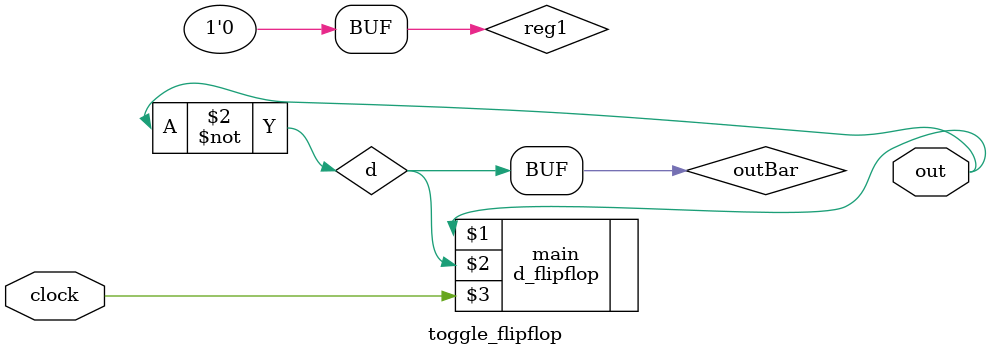
<source format=v>
module toggle_flipflop(out, clock);
	input clock;
	output out;
	wire d, outBar;
	reg reg1;
	initial reg1 = 0;
	d_flipflop main(out, d, clock);
	not not1(outBar, out);
	or or1(d, outBar, reg1);
endmodule


</source>
